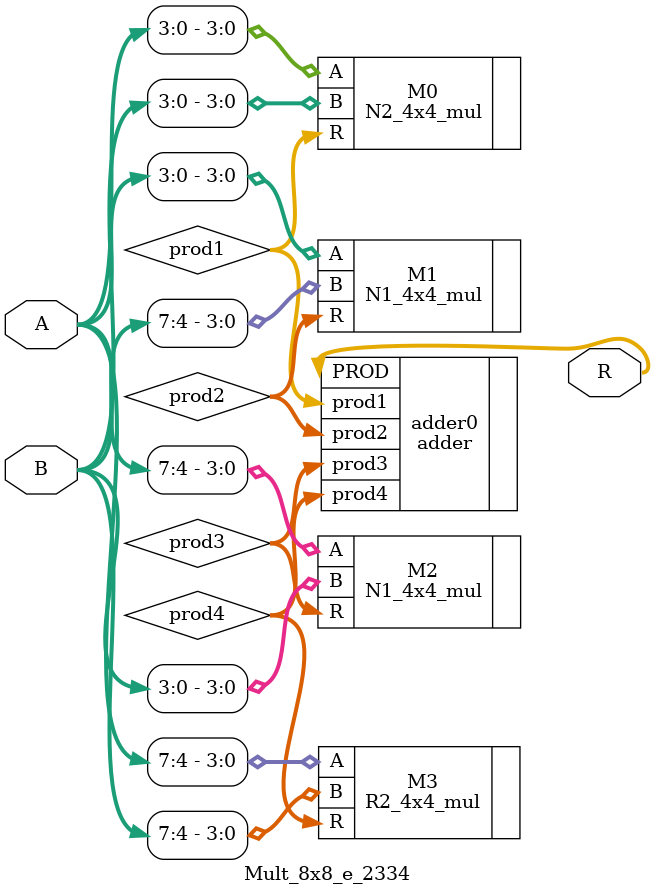
<source format=v>
module Mult_8x8_e_2334(
input [7:0] A,
input [7:0] B,
output [15:0]R
);
wire [7:0]prod1;
wire [7:0]prod2;
wire [7:0]prod3;
wire [7:0]prod4;

N2_4x4_mul M0(.A(A[3:0]),.B(B[3:0]),.R(prod1));
N1_4x4_mul M1(.A(A[3:0]),.B(B[7:4]),.R(prod2));
N1_4x4_mul M2(.A(A[7:4]),.B(B[3:0]),.R(prod3));
R2_4x4_mul M3(.A(A[7:4]),.B(B[7:4]),.R(prod4));
adder adder0(.prod1(prod1),.prod2(prod2),.prod3(prod3),.prod4(prod4),.PROD(R));
endmodule

</source>
